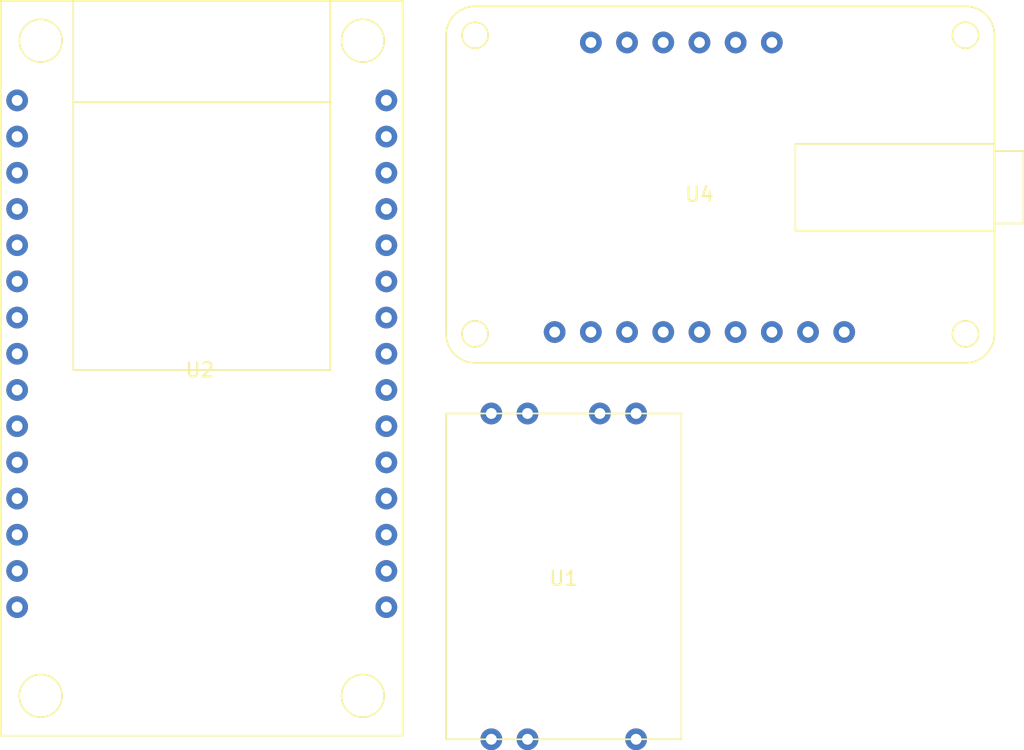
<source format=kicad_pcb>
(kicad_pcb (version 20171130) (host pcbnew 5.1.5-52549c5~86~ubuntu19.04.1)

  (general
    (thickness 1.6)
    (drawings 0)
    (tracks 0)
    (zones 0)
    (modules 3)
    (nets 1)
  )

  (page A4)
  (layers
    (0 F.Cu signal)
    (31 B.Cu signal)
    (32 B.Adhes user)
    (33 F.Adhes user)
    (34 B.Paste user)
    (35 F.Paste user)
    (36 B.SilkS user)
    (37 F.SilkS user)
    (38 B.Mask user)
    (39 F.Mask user)
    (40 Dwgs.User user)
    (41 Cmts.User user)
    (42 Eco1.User user)
    (43 Eco2.User user)
    (44 Edge.Cuts user)
    (45 Margin user)
    (46 B.CrtYd user)
    (47 F.CrtYd user)
    (48 B.Fab user)
    (49 F.Fab user)
  )

  (setup
    (last_trace_width 0.25)
    (trace_clearance 0.2)
    (zone_clearance 0.508)
    (zone_45_only no)
    (trace_min 0.2)
    (via_size 0.8)
    (via_drill 0.4)
    (via_min_size 0.4)
    (via_min_drill 0.3)
    (uvia_size 0.3)
    (uvia_drill 0.1)
    (uvias_allowed no)
    (uvia_min_size 0.2)
    (uvia_min_drill 0.1)
    (edge_width 0.05)
    (segment_width 0.2)
    (pcb_text_width 0.3)
    (pcb_text_size 1.5 1.5)
    (mod_edge_width 0.12)
    (mod_text_size 1 1)
    (mod_text_width 0.15)
    (pad_size 1.524 1.524)
    (pad_drill 0.762)
    (pad_to_mask_clearance 0.051)
    (solder_mask_min_width 0.25)
    (aux_axis_origin 0 0)
    (visible_elements FFFFFF7F)
    (pcbplotparams
      (layerselection 0x010fc_ffffffff)
      (usegerberextensions false)
      (usegerberattributes false)
      (usegerberadvancedattributes false)
      (creategerberjobfile false)
      (excludeedgelayer true)
      (linewidth 0.100000)
      (plotframeref false)
      (viasonmask false)
      (mode 1)
      (useauxorigin false)
      (hpglpennumber 1)
      (hpglpenspeed 20)
      (hpglpendiameter 15.000000)
      (psnegative false)
      (psa4output false)
      (plotreference true)
      (plotvalue true)
      (plotinvisibletext false)
      (padsonsilk false)
      (subtractmaskfromsilk false)
      (outputformat 1)
      (mirror false)
      (drillshape 1)
      (scaleselection 1)
      (outputdirectory ""))
  )

  (net 0 "")

  (net_class Default "This is the default net class."
    (clearance 0.2)
    (trace_width 0.25)
    (via_dia 0.8)
    (via_drill 0.4)
    (uvia_dia 0.3)
    (uvia_drill 0.1)
    (add_net 5VDC)
    (add_net GND)
    (add_net "Net-(U1-Pad1)")
    (add_net "Net-(U1-Pad2)")
    (add_net "Net-(U1-Pad3)")
    (add_net "Net-(U1-Pad4)")
    (add_net "Net-(U1-Pad6)")
  )

  (module custom_footprints:UDA1334A-Breakout (layer F.Cu) (tedit 5EA58CD6) (tstamp 5EA5F161)
    (at 140.97 88.9)
    (path /5EA5F0CB)
    (fp_text reference U4 (at 0 0.5) (layer F.SilkS)
      (effects (font (size 1 1) (thickness 0.15)))
    )
    (fp_text value UDA1334A_BREAKOUT (at 0 -0.5) (layer F.Fab)
      (effects (font (size 1 1) (thickness 0.15)))
    )
    (fp_line (start 22.733 2.54) (end 20.701 2.54) (layer F.SilkS) (width 0.12))
    (fp_line (start 22.733 -2.54) (end 20.701 -2.54) (layer F.SilkS) (width 0.12))
    (fp_line (start 22.733 -2.54) (end 22.733 2.54) (layer F.SilkS) (width 0.12))
    (fp_line (start 6.731 -3.048) (end 6.731 3.048) (layer F.SilkS) (width 0.12))
    (fp_line (start 20.701 -3.048) (end 6.731 -3.048) (layer F.SilkS) (width 0.12))
    (fp_line (start 20.701 3.048) (end 6.731 3.048) (layer F.SilkS) (width 0.12))
    (fp_line (start 20.701 -3.048) (end 20.701 3.048) (layer F.SilkS) (width 0.12))
    (fp_circle (center 18.669 -10.668) (end 19.177 -11.43) (layer F.SilkS) (width 0.12))
    (fp_circle (center 18.669 10.287) (end 19.177 9.525) (layer F.SilkS) (width 0.12))
    (fp_circle (center -15.748 10.287) (end -15.24 9.525) (layer F.SilkS) (width 0.12))
    (fp_circle (center -15.748 -10.668) (end -15.24 -11.43) (layer F.SilkS) (width 0.12))
    (fp_arc (start -15.748 10.287) (end -17.78 10.287) (angle -90) (layer F.SilkS) (width 0.12))
    (fp_arc (start 18.669 10.287) (end 18.669 12.319) (angle -90) (layer F.SilkS) (width 0.12))
    (fp_arc (start 18.669 -10.668) (end 20.701 -10.668) (angle -90) (layer F.SilkS) (width 0.12))
    (fp_arc (start -15.748 -10.668) (end -15.748 -12.7) (angle -90) (layer F.SilkS) (width 0.12))
    (fp_line (start -17.78 10.287) (end -17.78 -10.668) (layer F.SilkS) (width 0.12))
    (fp_line (start 18.669 12.319) (end -15.748 12.319) (layer F.SilkS) (width 0.12))
    (fp_line (start 20.701 -10.668) (end 20.701 10.287) (layer F.SilkS) (width 0.12))
    (fp_line (start -15.748 -12.7) (end 18.669 -12.7) (layer F.SilkS) (width 0.12))
    (pad Rout thru_hole circle (at 10.16 10.16) (size 1.524 1.524) (drill 0.762) (layers *.Cu *.Mask))
    (pad AGND thru_hole circle (at 7.62 10.16) (size 1.524 1.524) (drill 0.762) (layers *.Cu *.Mask))
    (pad Lout thru_hole circle (at 5.08 10.16) (size 1.524 1.524) (drill 0.762) (layers *.Cu *.Mask))
    (pad BCLK thru_hole circle (at 2.54 10.16) (size 1.524 1.524) (drill 0.762) (layers *.Cu *.Mask))
    (pad DIN thru_hole circle (at 0 10.16) (size 1.524 1.524) (drill 0.762) (layers *.Cu *.Mask))
    (pad WSEL thru_hole circle (at -2.54 10.16) (size 1.524 1.524) (drill 0.762) (layers *.Cu *.Mask))
    (pad GND thru_hole circle (at -5.08 10.16) (size 1.524 1.524) (drill 0.762) (layers *.Cu *.Mask))
    (pad VIN thru_hole circle (at -10.16 10.16) (size 1.524 1.524) (drill 0.762) (layers *.Cu *.Mask))
    (pad 3VO thru_hole circle (at -7.62 10.16) (size 1.524 1.524) (drill 0.762) (layers *.Cu *.Mask))
    (pad DEEM thru_hole circle (at 5.08 -10.16) (size 1.524 1.524) (drill 0.762) (layers *.Cu *.Mask))
    (pad PLL thru_hole circle (at 2.54 -10.16) (size 1.524 1.524) (drill 0.762) (layers *.Cu *.Mask))
    (pad SF0 thru_hole circle (at 0 -10.16) (size 1.524 1.524) (drill 0.762) (layers *.Cu *.Mask))
    (pad MUTE thru_hole circle (at -2.54 -10.16) (size 1.524 1.524) (drill 0.762) (layers *.Cu *.Mask))
    (pad SF1 thru_hole circle (at -5.08 -10.16) (size 1.524 1.524) (drill 0.762) (layers *.Cu *.Mask))
    (pad SCLK thru_hole circle (at -7.62 -10.16) (size 1.524 1.524) (drill 0.762) (layers *.Cu *.Mask))
  )

  (module custom_footprints:CC3-1205SF-E (layer F.Cu) (tedit 5EA5861F) (tstamp 5EA5F0E1)
    (at 131.445 116.84 180)
    (path /5EA608C5)
    (fp_text reference U1 (at 0 0.5) (layer F.SilkS)
      (effects (font (size 1 1) (thickness 0.15)))
    )
    (fp_text value CC3-0505SF-E (at 0 -0.5) (layer F.Fab)
      (effects (font (size 1 1) (thickness 0.15)))
    )
    (fp_line (start 8.255 -10.795) (end 8.255 12.065) (layer F.SilkS) (width 0.12))
    (fp_line (start -8.255 -10.795) (end 8.255 -10.795) (layer F.SilkS) (width 0.12))
    (fp_line (start -8.255 12.065) (end 8.255 12.065) (layer F.SilkS) (width 0.12))
    (fp_line (start -8.255 -10.795) (end -8.255 12.065) (layer F.SilkS) (width 0.12))
    (pad 5 thru_hole circle (at 2.54 12.065 180) (size 1.524 1.524) (drill 0.762) (layers *.Cu *.Mask))
    (pad 4 thru_hole circle (at 5.08 12.065 180) (size 1.524 1.524) (drill 0.762) (layers *.Cu *.Mask))
    (pad 6 thru_hole circle (at -2.54 12.065 180) (size 1.524 1.524) (drill 0.762) (layers *.Cu *.Mask))
    (pad 7 thru_hole circle (at -5.08 12.065 180) (size 1.524 1.524) (drill 0.762) (layers *.Cu *.Mask))
    (pad 3 thru_hole circle (at 5.08 -10.795 180) (size 1.524 1.524) (drill 0.762) (layers *.Cu *.Mask))
    (pad 2 thru_hole circle (at 2.54 -10.795 180) (size 1.524 1.524) (drill 0.762) (layers *.Cu *.Mask))
    (pad 1 thru_hole circle (at -5.08 -10.795 180) (size 1.524 1.524) (drill 0.762) (layers *.Cu *.Mask))
  )

  (module custom_footprints:ESP32-WROOM-30GPIO (layer F.Cu) (tedit 5EA582F3) (tstamp 5EA5E39C)
    (at 105.918 101.219)
    (path /5EA5CF06)
    (fp_text reference U2 (at 0 0.5) (layer F.SilkS)
      (effects (font (size 1 1) (thickness 0.15)))
    )
    (fp_text value ESP32-WROOM-DEVKIT (at 0 -0.5) (layer F.Fab)
      (effects (font (size 1 1) (thickness 0.15)))
    )
    (fp_line (start -8.89 -18.288) (end 9.144 -18.288) (layer F.SilkS) (width 0.12))
    (fp_line (start 9.144 0.508) (end 9.144 -25.4) (layer F.SilkS) (width 0.12))
    (fp_line (start -8.89 -25.4) (end -8.89 0.508) (layer F.SilkS) (width 0.12))
    (fp_line (start -8.89 0.508) (end 9.144 0.508) (layer F.SilkS) (width 0.12))
    (fp_circle (center -11.176 23.368) (end -9.676 23.368) (layer F.SilkS) (width 0.12))
    (fp_circle (center 11.43 23.368) (end 12.93 23.368) (layer F.SilkS) (width 0.12))
    (fp_circle (center 11.43 -22.606) (end 12.93 -22.606) (layer F.SilkS) (width 0.12))
    (fp_circle (center -11.176 -22.606) (end -9.676 -22.606) (layer F.SilkS) (width 0.12))
    (fp_line (start -13.97 26.162) (end -13.97 -25.4) (layer F.SilkS) (width 0.12))
    (fp_line (start 14.224 26.162) (end -13.97 26.162) (layer F.SilkS) (width 0.12))
    (fp_line (start 14.224 -25.4) (end 14.224 26.162) (layer F.SilkS) (width 0.12))
    (fp_line (start -13.97 -25.4) (end 14.224 -25.4) (layer F.SilkS) (width 0.12))
    (pad GPIO32 thru_hole circle (at -12.827 -5.715) (size 1.524 1.524) (drill 0.762) (layers *.Cu *.Mask))
    (pad 3V3 thru_hole circle (at 13.081 17.145) (size 1.524 1.524) (drill 0.762) (layers *.Cu *.Mask))
    (pad GND thru_hole circle (at 13.081 14.605) (size 1.524 1.524) (drill 0.762) (layers *.Cu *.Mask))
    (pad GPIO15 thru_hole circle (at 13.081 12.065) (size 1.524 1.524) (drill 0.762) (layers *.Cu *.Mask))
    (pad GPIO2 thru_hole circle (at 13.081 9.525) (size 1.524 1.524) (drill 0.762) (layers *.Cu *.Mask))
    (pad GPIO4 thru_hole circle (at 13.081 6.985) (size 1.524 1.524) (drill 0.762) (layers *.Cu *.Mask))
    (pad GPIO16 thru_hole circle (at 13.081 4.445) (size 1.524 1.524) (drill 0.762) (layers *.Cu *.Mask))
    (pad GPIO17 thru_hole circle (at 13.081 1.905) (size 1.524 1.524) (drill 0.762) (layers *.Cu *.Mask))
    (pad GPIO5 thru_hole circle (at 13.081 -0.635) (size 1.524 1.524) (drill 0.762) (layers *.Cu *.Mask))
    (pad GPIO18 thru_hole circle (at 13.081 -3.175) (size 1.524 1.524) (drill 0.762) (layers *.Cu *.Mask))
    (pad GPIO19 thru_hole circle (at 13.081 -5.715) (size 1.524 1.524) (drill 0.762) (layers *.Cu *.Mask))
    (pad GPIO21 thru_hole circle (at 13.081 -8.255) (size 1.524 1.524) (drill 0.762) (layers *.Cu *.Mask))
    (pad GPIO3 thru_hole circle (at 13.081 -10.795) (size 1.524 1.524) (drill 0.762) (layers *.Cu *.Mask))
    (pad GPIO1 thru_hole circle (at 13.081 -13.335) (size 1.524 1.524) (drill 0.762) (layers *.Cu *.Mask))
    (pad GPIO22 thru_hole circle (at 13.081 -15.875) (size 1.524 1.524) (drill 0.762) (layers *.Cu *.Mask))
    (pad GPIO23 thru_hole circle (at 13.081 -18.415) (size 1.524 1.524) (drill 0.762) (layers *.Cu *.Mask))
    (pad VIN thru_hole circle (at -12.827 17.145) (size 1.524 1.524) (drill 0.762) (layers *.Cu *.Mask))
    (pad GND thru_hole circle (at -12.827 14.605) (size 1.524 1.524) (drill 0.762) (layers *.Cu *.Mask))
    (pad GPIO13 thru_hole circle (at -12.827 12.065) (size 1.524 1.524) (drill 0.762) (layers *.Cu *.Mask))
    (pad GPIO12 thru_hole circle (at -12.827 9.525) (size 1.524 1.524) (drill 0.762) (layers *.Cu *.Mask))
    (pad GPIO14 thru_hole circle (at -12.827 6.985) (size 1.524 1.524) (drill 0.762) (layers *.Cu *.Mask))
    (pad GPIO27 thru_hole circle (at -12.827 4.445) (size 1.524 1.524) (drill 0.762) (layers *.Cu *.Mask))
    (pad GPIO26 thru_hole circle (at -12.827 1.905) (size 1.524 1.524) (drill 0.762) (layers *.Cu *.Mask))
    (pad GPIO25 thru_hole circle (at -12.827 -0.635) (size 1.524 1.524) (drill 0.762) (layers *.Cu *.Mask))
    (pad GPIO33 thru_hole circle (at -12.827 -3.175) (size 1.524 1.524) (drill 0.762) (layers *.Cu *.Mask))
    (pad GPIO35 thru_hole circle (at -12.827 -8.255) (size 1.524 1.524) (drill 0.762) (layers *.Cu *.Mask))
    (pad GPIO34 thru_hole circle (at -12.827 -10.795) (size 1.524 1.524) (drill 0.762) (layers *.Cu *.Mask))
    (pad GPIO39 thru_hole circle (at -12.827 -13.335) (size 1.524 1.524) (drill 0.762) (layers *.Cu *.Mask))
    (pad GPIO36 thru_hole circle (at -12.827 -15.875) (size 1.524 1.524) (drill 0.762) (layers *.Cu *.Mask))
    (pad EN thru_hole circle (at -12.827 -18.415) (size 1.524 1.524) (drill 0.762) (layers *.Cu *.Mask))
  )

)

</source>
